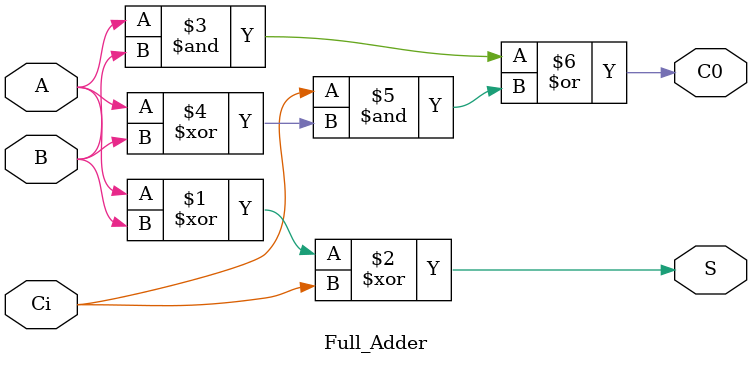
<source format=sv>
`timescale 1ns / 1ps

module Full_Adder
(
    input A,
    input B,
    input Ci,
    output S,
    output C0   
);
    
    assign S = A ^ B ^ Ci;
    assign C0 = (A & B) | (Ci & (A ^ B));
    
endmodule


</source>
